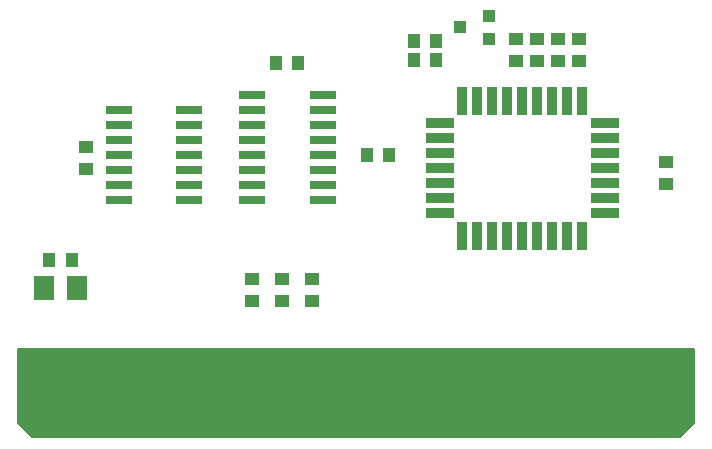
<source format=gts>
G04 #@! TF.FileFunction,Soldermask,Top*
%FSLAX46Y46*%
G04 Gerber Fmt 4.6, Leading zero omitted, Abs format (unit mm)*
G04 Created by KiCad (PCBNEW 4.0.7-e2-6376~58~ubuntu16.04.1) date Wed Mar 28 10:52:48 2018*
%MOMM*%
%LPD*%
G01*
G04 APERTURE LIST*
%ADD10C,0.203200*%
%ADD11R,1.203200X1.003200*%
%ADD12R,1.003200X1.203200*%
%ADD13R,1.003200X1.003200*%
%ADD14R,2.489200X0.965200*%
%ADD15R,0.965200X2.489200*%
%ADD16R,2.203200X0.703200*%
%ADD17R,1.803200X2.003200*%
%ADD18C,0.177800*%
G04 APERTURE END LIST*
D10*
D11*
X137160000Y-132730200D03*
X137160000Y-134630200D03*
X134620000Y-132730200D03*
X134620000Y-134630200D03*
X139700000Y-134630200D03*
X139700000Y-132730200D03*
X156972000Y-112410200D03*
X156972000Y-114310200D03*
X158750000Y-114310200D03*
X158750000Y-112410200D03*
X162306000Y-114310200D03*
X162306000Y-112410200D03*
X160528000Y-114310200D03*
X160528000Y-112410200D03*
D12*
X150175000Y-114249200D03*
X148275000Y-114249200D03*
X150175000Y-112598200D03*
X148275000Y-112598200D03*
X117414000Y-131140200D03*
X119314000Y-131140200D03*
X136591000Y-114503200D03*
X138491000Y-114503200D03*
D11*
X169672000Y-124724200D03*
X169672000Y-122824200D03*
X120523000Y-123454200D03*
X120523000Y-121554200D03*
D13*
X154632000Y-112405200D03*
X154632000Y-110505200D03*
X152200000Y-111455200D03*
D14*
X150495000Y-123393200D03*
X150495000Y-124663200D03*
X150495000Y-125933200D03*
X150495000Y-127203200D03*
D15*
X152400000Y-129108200D03*
X153670000Y-129108200D03*
X154940000Y-129108200D03*
X156210000Y-129108200D03*
X157480000Y-129108200D03*
X158750000Y-129108200D03*
X160020000Y-129108200D03*
X161290000Y-129108200D03*
X162560000Y-129108200D03*
D14*
X164465000Y-127203200D03*
X164465000Y-125933200D03*
X164465000Y-124663200D03*
X164465000Y-123393200D03*
X164465000Y-122123200D03*
X164465000Y-120853200D03*
X164465000Y-119583200D03*
D15*
X162560000Y-117678200D03*
X161290000Y-117678200D03*
X160020000Y-117678200D03*
X158750000Y-117678200D03*
X157480000Y-117678200D03*
X156210000Y-117678200D03*
X154940000Y-117678200D03*
X153670000Y-117678200D03*
X152400000Y-117678200D03*
D14*
X150495000Y-119583200D03*
X150495000Y-120853200D03*
X150495000Y-122123200D03*
D16*
X134589000Y-117170200D03*
X134589000Y-118440200D03*
X134589000Y-119710200D03*
X134589000Y-120980200D03*
X134589000Y-122250200D03*
X134589000Y-123520200D03*
X134589000Y-124790200D03*
X134589000Y-126060200D03*
X140589000Y-126060200D03*
X140589000Y-124790200D03*
X140589000Y-123520200D03*
X140589000Y-122250200D03*
X140589000Y-120980200D03*
X140589000Y-119710200D03*
X140589000Y-118440200D03*
X140589000Y-117170200D03*
X123286000Y-118440200D03*
X123286000Y-119710200D03*
X123286000Y-120980200D03*
X123286000Y-122250200D03*
X123286000Y-123520200D03*
X123286000Y-124790200D03*
X123286000Y-126060200D03*
X129286000Y-126060200D03*
X129286000Y-124790200D03*
X129286000Y-123520200D03*
X129286000Y-122250200D03*
X129286000Y-120980200D03*
X129286000Y-119710200D03*
X129286000Y-118440200D03*
D17*
X119767000Y-133553200D03*
X116967000Y-133553200D03*
D12*
X146177000Y-122250200D03*
X144277000Y-122250200D03*
D18*
G36*
X171996100Y-144946376D02*
X170778176Y-146164300D01*
X115987824Y-146164300D01*
X114769900Y-144946376D01*
X114769900Y-138722100D01*
X171996100Y-138722100D01*
X171996100Y-144946376D01*
X171996100Y-144946376D01*
G37*
X171996100Y-144946376D02*
X170778176Y-146164300D01*
X115987824Y-146164300D01*
X114769900Y-144946376D01*
X114769900Y-138722100D01*
X171996100Y-138722100D01*
X171996100Y-144946376D01*
M02*

</source>
